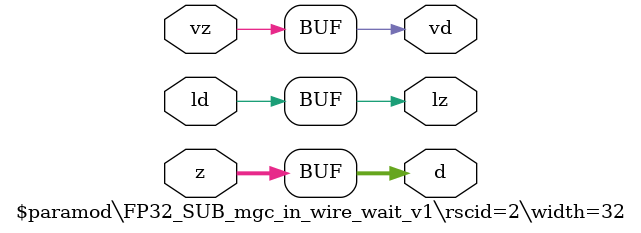
<source format=v>
module \$paramod\FP32_SUB_mgc_in_wire_wait_v1\rscid=2\width=32 (ld, vd, d, lz, vz, z);
  (* src = "./vmod/vlibs/HLS_fp32_sub.v:14" *)
  output [31:0] d;
  (* src = "./vmod/vlibs/HLS_fp32_sub.v:12" *)
  input ld;
  (* src = "./vmod/vlibs/HLS_fp32_sub.v:15" *)
  output lz;
  (* src = "./vmod/vlibs/HLS_fp32_sub.v:13" *)
  output vd;
  (* src = "./vmod/vlibs/HLS_fp32_sub.v:16" *)
  input vz;
  (* src = "./vmod/vlibs/HLS_fp32_sub.v:17" *)
  input [31:0] z;
  assign d = z;
  assign lz = ld;
  assign vd = vz;
endmodule

</source>
